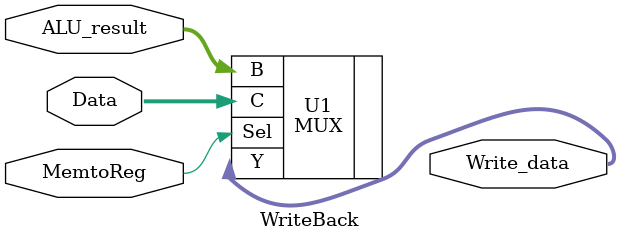
<source format=v>

module WriteBack (
    input [63:0] ALU_result ,
    input [63:0] Data ,
    input MemtoReg ,
    output  [63:0] Write_data
);
    
    MUX U1(.B(ALU_result), .C(Data), .Sel(MemtoReg), .Y(Write_data)) ;
    
endmodule


</source>
